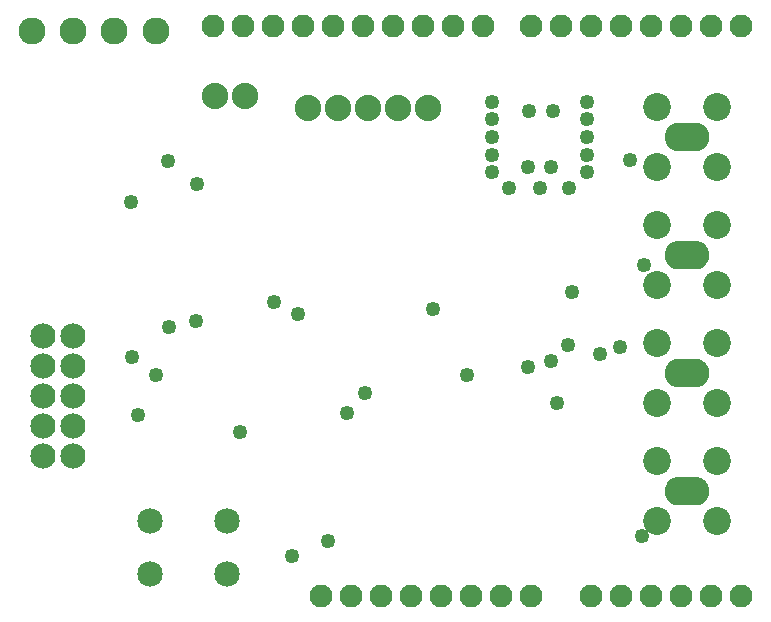
<source format=gbs>
G04 MADE WITH FRITZING*
G04 WWW.FRITZING.ORG*
G04 DOUBLE SIDED*
G04 HOLES PLATED*
G04 CONTOUR ON CENTER OF CONTOUR VECTOR*
%ASAXBY*%
%FSLAX23Y23*%
%MOIN*%
%OFA0B0*%
%SFA1.0B1.0*%
%ADD10C,0.090000*%
%ADD11C,0.088000*%
%ADD12C,0.049370*%
%ADD13C,0.085000*%
%ADD14C,0.092677*%
%ADD15C,0.093071*%
%ADD16C,0.084000*%
%ADD17C,0.076194*%
%ADD18C,0.076222*%
%ADD19C,0.030000*%
%ADD20C,0.027000*%
%ADD21R,0.001000X0.001000*%
%LNMASK0*%
G90*
G70*
G54D10*
X551Y1994D03*
X413Y1994D03*
X276Y1994D03*
X138Y1994D03*
G54D11*
X748Y1778D03*
X848Y1778D03*
G54D12*
X1925Y947D03*
X2033Y917D03*
X2100Y939D03*
X1940Y1125D03*
X2132Y1563D03*
X2179Y1215D03*
X2173Y311D03*
X1474Y1067D03*
X1587Y847D03*
X1890Y754D03*
X1126Y293D03*
X1004Y244D03*
X551Y847D03*
X1189Y721D03*
X1024Y1049D03*
X1250Y787D03*
X831Y656D03*
X945Y1089D03*
X492Y715D03*
X471Y907D03*
X467Y1425D03*
X596Y1008D03*
X591Y1561D03*
X684Y1028D03*
X689Y1482D03*
G54D11*
X1460Y1738D03*
X1360Y1738D03*
X1260Y1738D03*
X1160Y1738D03*
X1060Y1738D03*
G54D13*
X787Y183D03*
X532Y183D03*
X787Y360D03*
X532Y360D03*
G54D14*
X2223Y559D03*
G54D15*
X2322Y460D03*
X2223Y359D03*
X2223Y559D03*
X2423Y359D03*
X2423Y559D03*
G54D14*
X2223Y952D03*
G54D15*
X2322Y853D03*
X2223Y752D03*
X2223Y952D03*
X2423Y752D03*
X2423Y952D03*
G54D14*
X2223Y1740D03*
G54D15*
X2322Y1641D03*
X2223Y1540D03*
X2223Y1740D03*
X2423Y1540D03*
X2423Y1740D03*
G54D16*
X176Y577D03*
X176Y677D03*
X176Y777D03*
X176Y877D03*
X176Y977D03*
X276Y577D03*
X276Y677D03*
X276Y777D03*
X276Y877D03*
X276Y977D03*
G54D17*
X2103Y111D03*
X2203Y111D03*
X2303Y111D03*
X2403Y111D03*
X2503Y111D03*
G54D18*
X1643Y2011D03*
X1543Y2011D03*
X1443Y2011D03*
X1343Y2011D03*
X1243Y2011D03*
X1143Y2011D03*
X1043Y2011D03*
X943Y2011D03*
X843Y2011D03*
X743Y2011D03*
X2503Y2011D03*
X2403Y2011D03*
X2303Y2011D03*
X2203Y2011D03*
X2103Y2011D03*
X2003Y2011D03*
X1903Y2011D03*
X1803Y2011D03*
G54D17*
X1203Y111D03*
X1103Y111D03*
X1303Y111D03*
X1403Y111D03*
X1503Y111D03*
X1603Y111D03*
X1703Y111D03*
X1803Y111D03*
X2003Y111D03*
G54D14*
X2223Y1346D03*
G54D15*
X2322Y1247D03*
X2223Y1146D03*
X2223Y1346D03*
X2423Y1146D03*
X2423Y1346D03*
G54D12*
X1792Y872D03*
X1791Y1541D03*
X1870Y892D03*
X1870Y1541D03*
X1988Y1640D03*
X1673Y1699D03*
X1673Y1758D03*
X1988Y1758D03*
X1673Y1581D03*
X1795Y1726D03*
X1874Y1726D03*
X1988Y1522D03*
X1988Y1581D03*
X1673Y1522D03*
X1988Y1699D03*
X1673Y1640D03*
X1831Y1471D03*
X1929Y1471D03*
X1728Y1471D03*
G54D19*
G36*
X581Y1964D02*
X521Y1964D01*
X521Y2024D01*
X581Y2024D01*
X581Y1964D01*
G37*
D02*
G54D20*
G36*
X247Y548D02*
X247Y605D01*
X304Y605D01*
X304Y548D01*
X247Y548D01*
G37*
D02*
G54D21*
X2283Y1686D02*
X2360Y1686D01*
X2279Y1685D02*
X2364Y1685D01*
X2276Y1684D02*
X2367Y1684D01*
X2274Y1683D02*
X2370Y1683D01*
X2272Y1682D02*
X2372Y1682D01*
X2270Y1681D02*
X2373Y1681D01*
X2268Y1680D02*
X2375Y1680D01*
X2267Y1679D02*
X2376Y1679D01*
X2266Y1678D02*
X2378Y1678D01*
X2265Y1677D02*
X2379Y1677D01*
X2263Y1676D02*
X2380Y1676D01*
X2262Y1675D02*
X2381Y1675D01*
X2261Y1674D02*
X2382Y1674D01*
X2261Y1673D02*
X2383Y1673D01*
X2260Y1672D02*
X2384Y1672D01*
X2259Y1671D02*
X2384Y1671D01*
X2258Y1670D02*
X2385Y1670D01*
X2257Y1669D02*
X2386Y1669D01*
X2257Y1668D02*
X2387Y1668D01*
X2256Y1667D02*
X2387Y1667D01*
X2255Y1666D02*
X2388Y1666D01*
X2255Y1665D02*
X2388Y1665D01*
X2254Y1664D02*
X2389Y1664D01*
X2254Y1663D02*
X2389Y1663D01*
X2253Y1662D02*
X2390Y1662D01*
X2253Y1661D02*
X2390Y1661D01*
X2252Y1660D02*
X2319Y1660D01*
X2324Y1660D02*
X2391Y1660D01*
X2252Y1659D02*
X2315Y1659D01*
X2328Y1659D02*
X2391Y1659D01*
X2252Y1658D02*
X2313Y1658D01*
X2330Y1658D02*
X2392Y1658D01*
X2251Y1657D02*
X2312Y1657D01*
X2331Y1657D02*
X2392Y1657D01*
X2251Y1656D02*
X2311Y1656D01*
X2332Y1656D02*
X2392Y1656D01*
X2251Y1655D02*
X2310Y1655D01*
X2333Y1655D02*
X2393Y1655D01*
X2250Y1654D02*
X2309Y1654D01*
X2334Y1654D02*
X2393Y1654D01*
X2250Y1653D02*
X2309Y1653D01*
X2335Y1653D02*
X2393Y1653D01*
X2250Y1652D02*
X2308Y1652D01*
X2335Y1652D02*
X2394Y1652D01*
X2250Y1651D02*
X2307Y1651D01*
X2336Y1651D02*
X2394Y1651D01*
X2249Y1650D02*
X2307Y1650D01*
X2336Y1650D02*
X2394Y1650D01*
X2249Y1649D02*
X2307Y1649D01*
X2337Y1649D02*
X2394Y1649D01*
X2249Y1648D02*
X2306Y1648D01*
X2337Y1648D02*
X2394Y1648D01*
X2249Y1647D02*
X2306Y1647D01*
X2337Y1647D02*
X2394Y1647D01*
X2249Y1646D02*
X2306Y1646D01*
X2338Y1646D02*
X2395Y1646D01*
X2249Y1645D02*
X2306Y1645D01*
X2338Y1645D02*
X2395Y1645D01*
X2248Y1644D02*
X2305Y1644D01*
X2338Y1644D02*
X2395Y1644D01*
X2248Y1643D02*
X2305Y1643D01*
X2338Y1643D02*
X2395Y1643D01*
X2248Y1642D02*
X2305Y1642D01*
X2338Y1642D02*
X2395Y1642D01*
X2248Y1641D02*
X2305Y1641D01*
X2338Y1641D02*
X2395Y1641D01*
X2248Y1640D02*
X2305Y1640D01*
X2338Y1640D02*
X2395Y1640D01*
X2248Y1639D02*
X2305Y1639D01*
X2338Y1639D02*
X2395Y1639D01*
X2248Y1638D02*
X2305Y1638D01*
X2338Y1638D02*
X2395Y1638D01*
X2248Y1637D02*
X2305Y1637D01*
X2338Y1637D02*
X2395Y1637D01*
X2248Y1636D02*
X2305Y1636D01*
X2338Y1636D02*
X2395Y1636D01*
X2249Y1635D02*
X2306Y1635D01*
X2338Y1635D02*
X2395Y1635D01*
X2249Y1634D02*
X2306Y1634D01*
X2338Y1634D02*
X2395Y1634D01*
X2249Y1633D02*
X2306Y1633D01*
X2337Y1633D02*
X2394Y1633D01*
X2249Y1632D02*
X2306Y1632D01*
X2337Y1632D02*
X2394Y1632D01*
X2249Y1631D02*
X2307Y1631D01*
X2337Y1631D02*
X2394Y1631D01*
X2249Y1630D02*
X2307Y1630D01*
X2336Y1630D02*
X2394Y1630D01*
X2250Y1629D02*
X2307Y1629D01*
X2336Y1629D02*
X2394Y1629D01*
X2250Y1628D02*
X2308Y1628D01*
X2335Y1628D02*
X2394Y1628D01*
X2250Y1627D02*
X2308Y1627D01*
X2335Y1627D02*
X2393Y1627D01*
X2250Y1626D02*
X2309Y1626D01*
X2334Y1626D02*
X2393Y1626D01*
X2251Y1625D02*
X2310Y1625D01*
X2333Y1625D02*
X2393Y1625D01*
X2251Y1624D02*
X2311Y1624D01*
X2332Y1624D02*
X2392Y1624D01*
X2251Y1623D02*
X2312Y1623D01*
X2331Y1623D02*
X2392Y1623D01*
X2252Y1622D02*
X2313Y1622D01*
X2330Y1622D02*
X2392Y1622D01*
X2252Y1621D02*
X2315Y1621D01*
X2328Y1621D02*
X2391Y1621D01*
X2252Y1620D02*
X2318Y1620D01*
X2325Y1620D02*
X2391Y1620D01*
X2253Y1619D02*
X2390Y1619D01*
X2253Y1618D02*
X2390Y1618D01*
X2254Y1617D02*
X2389Y1617D01*
X2254Y1616D02*
X2389Y1616D01*
X2255Y1615D02*
X2388Y1615D01*
X2255Y1614D02*
X2388Y1614D01*
X2256Y1613D02*
X2387Y1613D01*
X2257Y1612D02*
X2387Y1612D01*
X2257Y1611D02*
X2386Y1611D01*
X2258Y1610D02*
X2385Y1610D01*
X2259Y1609D02*
X2384Y1609D01*
X2260Y1608D02*
X2384Y1608D01*
X2260Y1607D02*
X2383Y1607D01*
X2261Y1606D02*
X2382Y1606D01*
X2262Y1605D02*
X2381Y1605D01*
X2263Y1604D02*
X2380Y1604D01*
X2264Y1603D02*
X2379Y1603D01*
X2266Y1602D02*
X2378Y1602D01*
X2267Y1601D02*
X2376Y1601D01*
X2268Y1600D02*
X2375Y1600D01*
X2270Y1599D02*
X2373Y1599D01*
X2272Y1598D02*
X2372Y1598D01*
X2273Y1597D02*
X2370Y1597D01*
X2276Y1596D02*
X2368Y1596D01*
X2279Y1595D02*
X2365Y1595D01*
X2283Y1594D02*
X2360Y1594D01*
X2281Y1292D02*
X2362Y1292D01*
X2278Y1291D02*
X2366Y1291D01*
X2275Y1290D02*
X2368Y1290D01*
X2273Y1289D02*
X2371Y1289D01*
X2271Y1288D02*
X2372Y1288D01*
X2269Y1287D02*
X2374Y1287D01*
X2268Y1286D02*
X2375Y1286D01*
X2266Y1285D02*
X2377Y1285D01*
X2265Y1284D02*
X2378Y1284D01*
X2264Y1283D02*
X2379Y1283D01*
X2263Y1282D02*
X2380Y1282D01*
X2262Y1281D02*
X2381Y1281D01*
X2261Y1280D02*
X2382Y1280D01*
X2260Y1279D02*
X2383Y1279D01*
X2259Y1278D02*
X2384Y1278D01*
X2259Y1277D02*
X2385Y1277D01*
X2258Y1276D02*
X2385Y1276D01*
X2257Y1275D02*
X2386Y1275D01*
X2256Y1274D02*
X2387Y1274D01*
X2256Y1273D02*
X2387Y1273D01*
X2255Y1272D02*
X2388Y1272D01*
X2255Y1271D02*
X2389Y1271D01*
X2254Y1270D02*
X2389Y1270D01*
X2254Y1269D02*
X2390Y1269D01*
X2253Y1268D02*
X2390Y1268D01*
X2253Y1267D02*
X2391Y1267D01*
X2252Y1266D02*
X2317Y1266D01*
X2326Y1266D02*
X2391Y1266D01*
X2252Y1265D02*
X2314Y1265D01*
X2329Y1265D02*
X2391Y1265D01*
X2251Y1264D02*
X2313Y1264D01*
X2330Y1264D02*
X2392Y1264D01*
X2251Y1263D02*
X2312Y1263D01*
X2332Y1263D02*
X2392Y1263D01*
X2251Y1262D02*
X2311Y1262D01*
X2333Y1262D02*
X2392Y1262D01*
X2250Y1261D02*
X2310Y1261D01*
X2334Y1261D02*
X2393Y1261D01*
X2250Y1260D02*
X2309Y1260D01*
X2334Y1260D02*
X2393Y1260D01*
X2250Y1259D02*
X2308Y1259D01*
X2335Y1259D02*
X2393Y1259D01*
X2250Y1258D02*
X2308Y1258D01*
X2336Y1258D02*
X2394Y1258D01*
X2249Y1257D02*
X2307Y1257D01*
X2336Y1257D02*
X2394Y1257D01*
X2249Y1256D02*
X2307Y1256D01*
X2336Y1256D02*
X2394Y1256D01*
X2249Y1255D02*
X2306Y1255D01*
X2337Y1255D02*
X2394Y1255D01*
X2249Y1254D02*
X2306Y1254D01*
X2337Y1254D02*
X2394Y1254D01*
X2249Y1253D02*
X2306Y1253D01*
X2337Y1253D02*
X2395Y1253D01*
X2249Y1252D02*
X2306Y1252D01*
X2338Y1252D02*
X2395Y1252D01*
X2248Y1251D02*
X2305Y1251D01*
X2338Y1251D02*
X2395Y1251D01*
X2248Y1250D02*
X2305Y1250D01*
X2338Y1250D02*
X2395Y1250D01*
X2248Y1249D02*
X2305Y1249D01*
X2338Y1249D02*
X2395Y1249D01*
X2248Y1248D02*
X2305Y1248D01*
X2338Y1248D02*
X2395Y1248D01*
X2248Y1247D02*
X2305Y1247D01*
X2338Y1247D02*
X2395Y1247D01*
X2248Y1246D02*
X2305Y1246D01*
X2338Y1246D02*
X2395Y1246D01*
X2248Y1245D02*
X2305Y1245D01*
X2338Y1245D02*
X2395Y1245D01*
X2248Y1244D02*
X2305Y1244D01*
X2338Y1244D02*
X2395Y1244D01*
X2248Y1243D02*
X2305Y1243D01*
X2338Y1243D02*
X2395Y1243D01*
X2248Y1242D02*
X2305Y1242D01*
X2338Y1242D02*
X2395Y1242D01*
X2249Y1241D02*
X2306Y1241D01*
X2338Y1241D02*
X2395Y1241D01*
X2249Y1240D02*
X2306Y1240D01*
X2337Y1240D02*
X2395Y1240D01*
X2249Y1239D02*
X2306Y1239D01*
X2337Y1239D02*
X2394Y1239D01*
X2249Y1238D02*
X2306Y1238D01*
X2337Y1238D02*
X2394Y1238D01*
X2249Y1237D02*
X2307Y1237D01*
X2337Y1237D02*
X2394Y1237D01*
X2249Y1236D02*
X2307Y1236D01*
X2336Y1236D02*
X2394Y1236D01*
X2250Y1235D02*
X2308Y1235D01*
X2336Y1235D02*
X2394Y1235D01*
X2250Y1234D02*
X2308Y1234D01*
X2335Y1234D02*
X2393Y1234D01*
X2250Y1233D02*
X2309Y1233D01*
X2335Y1233D02*
X2393Y1233D01*
X2250Y1232D02*
X2309Y1232D01*
X2334Y1232D02*
X2393Y1232D01*
X2251Y1231D02*
X2310Y1231D01*
X2333Y1231D02*
X2393Y1231D01*
X2251Y1230D02*
X2311Y1230D01*
X2332Y1230D02*
X2392Y1230D01*
X2251Y1229D02*
X2312Y1229D01*
X2331Y1229D02*
X2392Y1229D01*
X2252Y1228D02*
X2314Y1228D01*
X2329Y1228D02*
X2392Y1228D01*
X2252Y1227D02*
X2316Y1227D01*
X2327Y1227D02*
X2391Y1227D01*
X2253Y1226D02*
X2391Y1226D01*
X2253Y1225D02*
X2390Y1225D01*
X2253Y1224D02*
X2390Y1224D01*
X2254Y1223D02*
X2389Y1223D01*
X2255Y1222D02*
X2389Y1222D01*
X2255Y1221D02*
X2388Y1221D01*
X2256Y1220D02*
X2388Y1220D01*
X2256Y1219D02*
X2387Y1219D01*
X2257Y1218D02*
X2386Y1218D01*
X2258Y1217D02*
X2386Y1217D01*
X2258Y1216D02*
X2385Y1216D01*
X2259Y1215D02*
X2384Y1215D01*
X2260Y1214D02*
X2383Y1214D01*
X2261Y1213D02*
X2382Y1213D01*
X2262Y1212D02*
X2381Y1212D01*
X2263Y1211D02*
X2381Y1211D01*
X2264Y1210D02*
X2379Y1210D01*
X2265Y1209D02*
X2378Y1209D01*
X2266Y1208D02*
X2377Y1208D01*
X2267Y1207D02*
X2376Y1207D01*
X2269Y1206D02*
X2374Y1206D01*
X2270Y1205D02*
X2373Y1205D01*
X2272Y1204D02*
X2371Y1204D01*
X2274Y1203D02*
X2369Y1203D01*
X2277Y1202D02*
X2367Y1202D01*
X2280Y1201D02*
X2363Y1201D01*
X2287Y899D02*
X2357Y899D01*
X2280Y898D02*
X2364Y898D01*
X2276Y897D02*
X2367Y897D01*
X2274Y896D02*
X2369Y896D01*
X2272Y895D02*
X2371Y895D01*
X2270Y894D02*
X2373Y894D01*
X2269Y893D02*
X2375Y893D01*
X2267Y892D02*
X2376Y892D01*
X2266Y891D02*
X2377Y891D01*
X2265Y890D02*
X2378Y890D01*
X2264Y889D02*
X2380Y889D01*
X2263Y888D02*
X2381Y888D01*
X2262Y887D02*
X2382Y887D01*
X2261Y886D02*
X2383Y886D01*
X2260Y885D02*
X2383Y885D01*
X2259Y884D02*
X2384Y884D01*
X2258Y883D02*
X2385Y883D01*
X2258Y882D02*
X2386Y882D01*
X2257Y881D02*
X2386Y881D01*
X2256Y880D02*
X2387Y880D01*
X2256Y879D02*
X2388Y879D01*
X2255Y878D02*
X2388Y878D01*
X2254Y877D02*
X2389Y877D01*
X2254Y876D02*
X2389Y876D01*
X2253Y875D02*
X2390Y875D01*
X2253Y874D02*
X2390Y874D01*
X2253Y873D02*
X2391Y873D01*
X2252Y872D02*
X2316Y872D01*
X2327Y872D02*
X2391Y872D01*
X2252Y871D02*
X2314Y871D01*
X2329Y871D02*
X2392Y871D01*
X2251Y870D02*
X2312Y870D01*
X2331Y870D02*
X2392Y870D01*
X2251Y869D02*
X2311Y869D01*
X2332Y869D02*
X2392Y869D01*
X2251Y868D02*
X2310Y868D01*
X2333Y868D02*
X2393Y868D01*
X2250Y867D02*
X2309Y867D01*
X2334Y867D02*
X2393Y867D01*
X2250Y866D02*
X2309Y866D01*
X2335Y866D02*
X2393Y866D01*
X2250Y865D02*
X2308Y865D01*
X2335Y865D02*
X2393Y865D01*
X2250Y864D02*
X2307Y864D01*
X2336Y864D02*
X2394Y864D01*
X2249Y863D02*
X2307Y863D01*
X2336Y863D02*
X2394Y863D01*
X2249Y862D02*
X2307Y862D01*
X2337Y862D02*
X2394Y862D01*
X2249Y861D02*
X2306Y861D01*
X2337Y861D02*
X2394Y861D01*
X2249Y860D02*
X2306Y860D01*
X2337Y860D02*
X2394Y860D01*
X2249Y859D02*
X2306Y859D01*
X2337Y859D02*
X2395Y859D01*
X2249Y858D02*
X2306Y858D01*
X2338Y858D02*
X2395Y858D01*
X2248Y857D02*
X2305Y857D01*
X2338Y857D02*
X2395Y857D01*
X2248Y856D02*
X2305Y856D01*
X2338Y856D02*
X2395Y856D01*
X2248Y855D02*
X2305Y855D01*
X2338Y855D02*
X2395Y855D01*
X2248Y854D02*
X2305Y854D01*
X2338Y854D02*
X2395Y854D01*
X2248Y853D02*
X2305Y853D01*
X2338Y853D02*
X2395Y853D01*
X2248Y852D02*
X2305Y852D01*
X2338Y852D02*
X2395Y852D01*
X2248Y851D02*
X2305Y851D01*
X2338Y851D02*
X2395Y851D01*
X2248Y850D02*
X2305Y850D01*
X2338Y850D02*
X2395Y850D01*
X2248Y849D02*
X2305Y849D01*
X2338Y849D02*
X2395Y849D01*
X2248Y848D02*
X2305Y848D01*
X2338Y848D02*
X2395Y848D01*
X2249Y847D02*
X2306Y847D01*
X2338Y847D02*
X2395Y847D01*
X2249Y846D02*
X2306Y846D01*
X2337Y846D02*
X2395Y846D01*
X2249Y845D02*
X2306Y845D01*
X2337Y845D02*
X2394Y845D01*
X2249Y844D02*
X2306Y844D01*
X2337Y844D02*
X2394Y844D01*
X2249Y843D02*
X2307Y843D01*
X2336Y843D02*
X2394Y843D01*
X2249Y842D02*
X2307Y842D01*
X2336Y842D02*
X2394Y842D01*
X2250Y841D02*
X2308Y841D01*
X2336Y841D02*
X2394Y841D01*
X2250Y840D02*
X2308Y840D01*
X2335Y840D02*
X2393Y840D01*
X2250Y839D02*
X2309Y839D01*
X2334Y839D02*
X2393Y839D01*
X2250Y838D02*
X2310Y838D01*
X2334Y838D02*
X2393Y838D01*
X2251Y837D02*
X2311Y837D01*
X2333Y837D02*
X2392Y837D01*
X2251Y836D02*
X2312Y836D01*
X2332Y836D02*
X2392Y836D01*
X2251Y835D02*
X2313Y835D01*
X2330Y835D02*
X2392Y835D01*
X2252Y834D02*
X2315Y834D01*
X2329Y834D02*
X2391Y834D01*
X2252Y833D02*
X2317Y833D01*
X2326Y833D02*
X2391Y833D01*
X2253Y832D02*
X2391Y832D01*
X2253Y831D02*
X2390Y831D01*
X2254Y830D02*
X2390Y830D01*
X2254Y829D02*
X2389Y829D01*
X2255Y828D02*
X2389Y828D01*
X2255Y827D02*
X2388Y827D01*
X2256Y826D02*
X2387Y826D01*
X2257Y825D02*
X2387Y825D01*
X2257Y824D02*
X2386Y824D01*
X2258Y823D02*
X2385Y823D01*
X2259Y822D02*
X2385Y822D01*
X2259Y821D02*
X2384Y821D01*
X2260Y820D02*
X2383Y820D01*
X2261Y819D02*
X2382Y819D01*
X2262Y818D02*
X2381Y818D01*
X2263Y817D02*
X2380Y817D01*
X2264Y816D02*
X2379Y816D01*
X2265Y815D02*
X2378Y815D01*
X2267Y814D02*
X2377Y814D01*
X2268Y813D02*
X2375Y813D01*
X2269Y812D02*
X2374Y812D01*
X2271Y811D02*
X2372Y811D01*
X2273Y810D02*
X2370Y810D01*
X2275Y809D02*
X2368Y809D01*
X2278Y808D02*
X2365Y808D01*
X2282Y807D02*
X2361Y807D01*
X2283Y505D02*
X2361Y505D01*
X2278Y504D02*
X2365Y504D01*
X2275Y503D02*
X2368Y503D01*
X2273Y502D02*
X2370Y502D01*
X2271Y501D02*
X2372Y501D01*
X2270Y500D02*
X2374Y500D01*
X2268Y499D02*
X2375Y499D01*
X2267Y498D02*
X2376Y498D01*
X2266Y497D02*
X2378Y497D01*
X2264Y496D02*
X2379Y496D01*
X2263Y495D02*
X2380Y495D01*
X2262Y494D02*
X2381Y494D01*
X2261Y493D02*
X2382Y493D01*
X2260Y492D02*
X2383Y492D01*
X2260Y491D02*
X2384Y491D01*
X2259Y490D02*
X2384Y490D01*
X2258Y489D02*
X2385Y489D01*
X2257Y488D02*
X2386Y488D01*
X2257Y487D02*
X2387Y487D01*
X2256Y486D02*
X2387Y486D01*
X2255Y485D02*
X2388Y485D01*
X2255Y484D02*
X2388Y484D01*
X2254Y483D02*
X2389Y483D01*
X2254Y482D02*
X2390Y482D01*
X2253Y481D02*
X2390Y481D01*
X2253Y480D02*
X2390Y480D01*
X2252Y479D02*
X2318Y479D01*
X2325Y479D02*
X2391Y479D01*
X2252Y478D02*
X2315Y478D01*
X2328Y478D02*
X2391Y478D01*
X2252Y477D02*
X2313Y477D01*
X2330Y477D02*
X2392Y477D01*
X2251Y476D02*
X2312Y476D01*
X2331Y476D02*
X2392Y476D01*
X2251Y475D02*
X2311Y475D01*
X2332Y475D02*
X2392Y475D01*
X2251Y474D02*
X2310Y474D01*
X2333Y474D02*
X2393Y474D01*
X2250Y473D02*
X2309Y473D01*
X2334Y473D02*
X2393Y473D01*
X2250Y472D02*
X2308Y472D01*
X2335Y472D02*
X2393Y472D01*
X2250Y471D02*
X2308Y471D01*
X2335Y471D02*
X2394Y471D01*
X2249Y470D02*
X2307Y470D01*
X2336Y470D02*
X2394Y470D01*
X2249Y469D02*
X2307Y469D01*
X2336Y469D02*
X2394Y469D01*
X2249Y468D02*
X2307Y468D01*
X2337Y468D02*
X2394Y468D01*
X2249Y467D02*
X2306Y467D01*
X2337Y467D02*
X2394Y467D01*
X2249Y466D02*
X2306Y466D01*
X2337Y466D02*
X2394Y466D01*
X2249Y465D02*
X2306Y465D01*
X2338Y465D02*
X2395Y465D01*
X2249Y464D02*
X2305Y464D01*
X2338Y464D02*
X2395Y464D01*
X2248Y463D02*
X2305Y463D01*
X2338Y463D02*
X2395Y463D01*
X2248Y462D02*
X2305Y462D01*
X2338Y462D02*
X2395Y462D01*
X2248Y461D02*
X2305Y461D01*
X2338Y461D02*
X2395Y461D01*
X2248Y460D02*
X2305Y460D01*
X2338Y460D02*
X2395Y460D01*
X2248Y459D02*
X2305Y459D01*
X2338Y459D02*
X2395Y459D01*
X2248Y458D02*
X2305Y458D01*
X2338Y458D02*
X2395Y458D01*
X2248Y457D02*
X2305Y457D01*
X2338Y457D02*
X2395Y457D01*
X2248Y456D02*
X2305Y456D01*
X2338Y456D02*
X2395Y456D01*
X2248Y455D02*
X2305Y455D01*
X2338Y455D02*
X2395Y455D01*
X2249Y454D02*
X2306Y454D01*
X2338Y454D02*
X2395Y454D01*
X2249Y453D02*
X2306Y453D01*
X2337Y453D02*
X2395Y453D01*
X2249Y452D02*
X2306Y452D01*
X2337Y452D02*
X2394Y452D01*
X2249Y451D02*
X2306Y451D01*
X2337Y451D02*
X2394Y451D01*
X2249Y450D02*
X2307Y450D01*
X2337Y450D02*
X2394Y450D01*
X2249Y449D02*
X2307Y449D01*
X2336Y449D02*
X2394Y449D01*
X2250Y448D02*
X2307Y448D01*
X2336Y448D02*
X2394Y448D01*
X2250Y447D02*
X2308Y447D01*
X2335Y447D02*
X2393Y447D01*
X2250Y446D02*
X2309Y446D01*
X2335Y446D02*
X2393Y446D01*
X2250Y445D02*
X2309Y445D01*
X2334Y445D02*
X2393Y445D01*
X2251Y444D02*
X2310Y444D01*
X2333Y444D02*
X2393Y444D01*
X2251Y443D02*
X2311Y443D01*
X2332Y443D02*
X2392Y443D01*
X2251Y442D02*
X2312Y442D01*
X2331Y442D02*
X2392Y442D01*
X2252Y441D02*
X2314Y441D01*
X2330Y441D02*
X2392Y441D01*
X2252Y440D02*
X2316Y440D01*
X2328Y440D02*
X2391Y440D01*
X2252Y439D02*
X2320Y439D01*
X2323Y439D02*
X2391Y439D01*
X2253Y438D02*
X2390Y438D01*
X2253Y437D02*
X2390Y437D01*
X2254Y436D02*
X2389Y436D01*
X2254Y435D02*
X2389Y435D01*
X2255Y434D02*
X2388Y434D01*
X2256Y433D02*
X2388Y433D01*
X2256Y432D02*
X2387Y432D01*
X2257Y431D02*
X2386Y431D01*
X2257Y430D02*
X2386Y430D01*
X2258Y429D02*
X2385Y429D01*
X2259Y428D02*
X2384Y428D01*
X2260Y427D02*
X2384Y427D01*
X2261Y426D02*
X2383Y426D01*
X2262Y425D02*
X2382Y425D01*
X2262Y424D02*
X2381Y424D01*
X2264Y423D02*
X2380Y423D01*
X2265Y422D02*
X2379Y422D01*
X2266Y421D02*
X2377Y421D01*
X2267Y420D02*
X2376Y420D01*
X2268Y419D02*
X2375Y419D01*
X2270Y418D02*
X2373Y418D01*
X2272Y417D02*
X2371Y417D01*
X2274Y416D02*
X2369Y416D01*
X2276Y415D02*
X2367Y415D01*
X2279Y414D02*
X2364Y414D01*
X2284Y413D02*
X2359Y413D01*
D02*
G04 End of Mask0*
M02*
</source>
